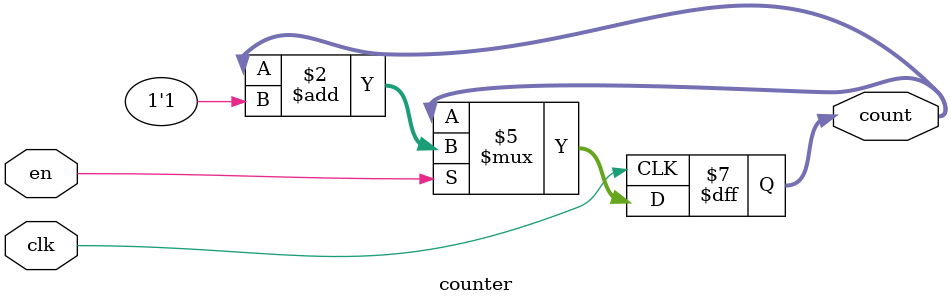
<source format=v>
`timescale 1ns / 1ps


module counter(input clk, en, output reg [11:0] count);
    
    initial begin
        count = 0;
    end
    always @(posedge clk) begin
        if (en)
            count <= count + 1'b1;
        else
            count <= count;
    end
    
endmodule


</source>
